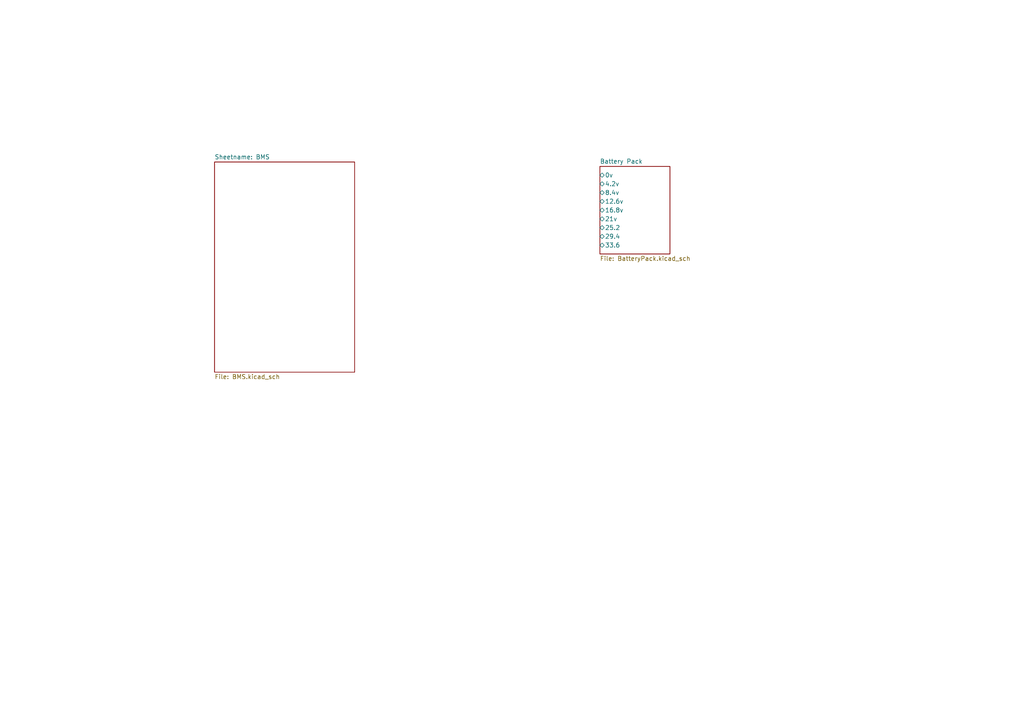
<source format=kicad_sch>
(kicad_sch
	(version 20231120)
	(generator "eeschema")
	(generator_version "8.0")
	(uuid "f4d3aea2-c6b7-478e-bd31-9b0098518f48")
	(paper "A4")
	(lib_symbols)
	(sheet
		(at 173.99 48.26)
		(size 20.32 25.4)
		(fields_autoplaced yes)
		(stroke
			(width 0.1524)
			(type solid)
		)
		(fill
			(color 0 0 0 0.0000)
		)
		(uuid "1a31741d-88c3-47d9-834f-01dfee5cc6d9")
		(property "Sheetname" "Battery Pack"
			(at 173.99 47.5484 0)
			(effects
				(font
					(size 1.27 1.27)
				)
				(justify left bottom)
			)
		)
		(property "Sheetfile" "BatteryPack.kicad_sch"
			(at 173.99 74.2446 0)
			(effects
				(font
					(size 1.27 1.27)
				)
				(justify left top)
			)
		)
		(pin "4.2v" bidirectional
			(at 173.99 53.34 180)
			(effects
				(font
					(size 1.27 1.27)
				)
				(justify left)
			)
			(uuid "a891871e-9635-4fe0-94bd-194605181ae8")
		)
		(pin "0v" bidirectional
			(at 173.99 50.8 180)
			(effects
				(font
					(size 1.27 1.27)
				)
				(justify left)
			)
			(uuid "d15731e3-50a9-48c1-9d9b-d0db37be0205")
		)
		(pin "8.4v" bidirectional
			(at 173.99 55.88 180)
			(effects
				(font
					(size 1.27 1.27)
				)
				(justify left)
			)
			(uuid "e4b12e64-d022-4b75-8a4f-a00cbf4db71c")
		)
		(pin "12.6v" bidirectional
			(at 173.99 58.42 180)
			(effects
				(font
					(size 1.27 1.27)
				)
				(justify left)
			)
			(uuid "173f6c57-cf76-4b5f-b01c-564ca4476528")
		)
		(pin "29.4" bidirectional
			(at 173.99 68.58 180)
			(effects
				(font
					(size 1.27 1.27)
				)
				(justify left)
			)
			(uuid "ba91408f-369c-462e-8655-68ce5f354ded")
		)
		(pin "33.6" bidirectional
			(at 173.99 71.12 180)
			(effects
				(font
					(size 1.27 1.27)
				)
				(justify left)
			)
			(uuid "0e120888-9d5f-4ca2-9f2c-d98dbf9ba796")
		)
		(pin "16.8v" bidirectional
			(at 173.99 60.96 180)
			(effects
				(font
					(size 1.27 1.27)
				)
				(justify left)
			)
			(uuid "3f973928-113e-4659-86bd-0a231ededa7a")
		)
		(pin "21v" bidirectional
			(at 173.99 63.5 180)
			(effects
				(font
					(size 1.27 1.27)
				)
				(justify left)
			)
			(uuid "33d6dbe5-9ba0-459c-970d-70d9ba5ac9a6")
		)
		(pin "25.2" bidirectional
			(at 173.99 66.04 180)
			(effects
				(font
					(size 1.27 1.27)
				)
				(justify left)
			)
			(uuid "fe01b6ef-49cb-483f-b2ec-8aa87c85f74a")
		)
		(instances
			(project "BounceBack"
				(path "/f4d3aea2-c6b7-478e-bd31-9b0098518f48"
					(page "11")
				)
			)
		)
	)
	(sheet
		(at 62.23 46.99)
		(size 40.64 60.96)
		(fields_autoplaced yes)
		(stroke
			(width 0.1524)
			(type solid)
		)
		(fill
			(color 0 0 0 0.0000)
		)
		(uuid "2e5d9a7b-9d8c-4c6a-95cf-1eee5ed5d93f")
		(property "Sheetname" "BMS"
			(at 62.23 46.2784 0)
			(show_name yes)
			(effects
				(font
					(size 1.27 1.27)
				)
				(justify left bottom)
			)
		)
		(property "Sheetfile" "BMS.kicad_sch"
			(at 62.23 108.5346 0)
			(effects
				(font
					(size 1.27 1.27)
				)
				(justify left top)
			)
		)
		(instances
			(project "BounceBack"
				(path "/f4d3aea2-c6b7-478e-bd31-9b0098518f48"
					(page "2")
				)
			)
		)
	)
	(sheet_instances
		(path "/"
			(page "1")
		)
	)
)
</source>
